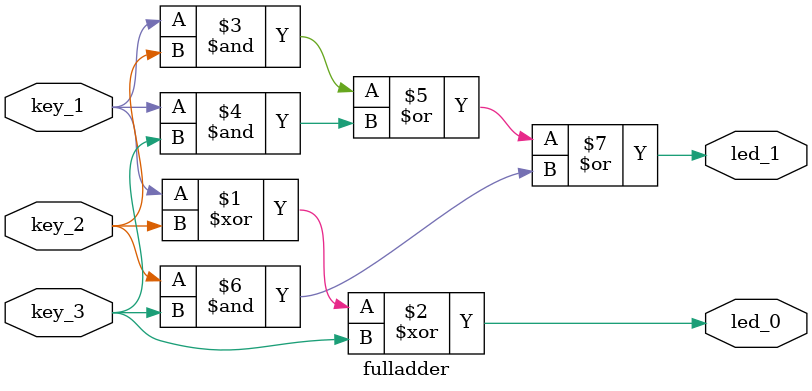
<source format=v>
module fulladder
(
input wire key_1,
input wire key_2,
input wire key_3,

output wire led_0,
output wire led_1
);

assign led_0=key_1^key_2^key_3;
assign led_1=(key_1&key_2)|(key_1&key_3)|(key_2&key_3);
endmodule
</source>
